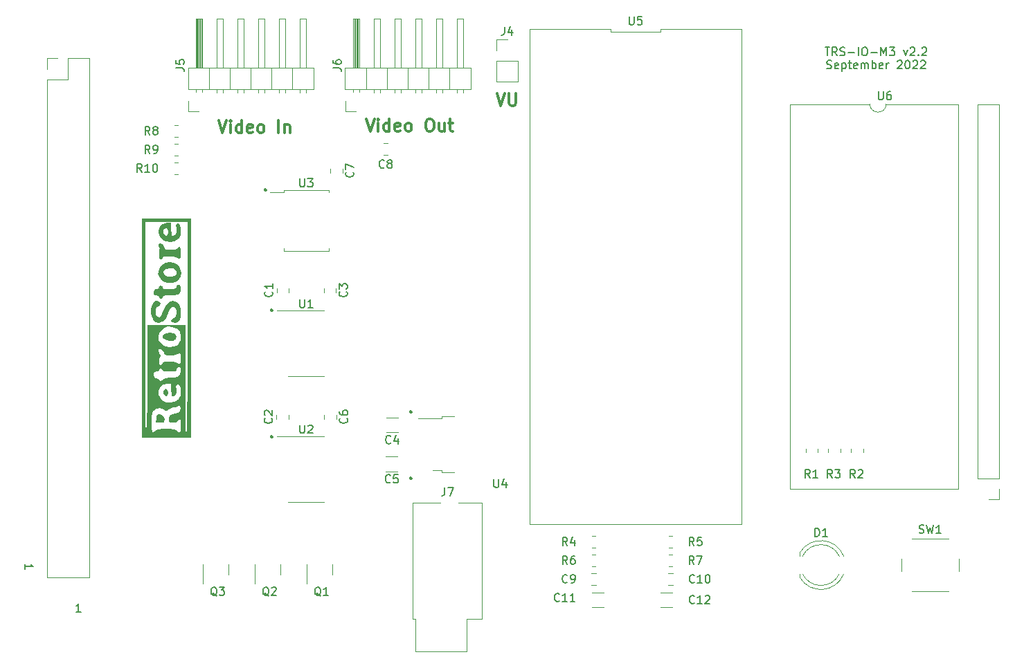
<source format=gbr>
%TF.GenerationSoftware,KiCad,Pcbnew,(6.0.7)*%
%TF.CreationDate,2022-09-12T23:00:32-07:00*%
%TF.ProjectId,TRS-IO-M3,5452532d-494f-42d4-9d33-2e6b69636164,rev?*%
%TF.SameCoordinates,Original*%
%TF.FileFunction,Legend,Top*%
%TF.FilePolarity,Positive*%
%FSLAX46Y46*%
G04 Gerber Fmt 4.6, Leading zero omitted, Abs format (unit mm)*
G04 Created by KiCad (PCBNEW (6.0.7)) date 2022-09-12 23:00:32*
%MOMM*%
%LPD*%
G01*
G04 APERTURE LIST*
%ADD10C,0.150000*%
%ADD11C,0.300000*%
%ADD12C,0.120000*%
G04 APERTURE END LIST*
D10*
X112323619Y-123983714D02*
X112323619Y-123412285D01*
X112323619Y-123698000D02*
X113323619Y-123698000D01*
X113180761Y-123602761D01*
X113085523Y-123507523D01*
X113037904Y-123412285D01*
D11*
X142494000Y-92229714D02*
X142422571Y-92301142D01*
X142494000Y-92372571D01*
X142565428Y-92301142D01*
X142494000Y-92229714D01*
X142494000Y-92372571D01*
X141732000Y-77497714D02*
X141660571Y-77569142D01*
X141732000Y-77640571D01*
X141803428Y-77569142D01*
X141732000Y-77497714D01*
X141732000Y-77640571D01*
X159506757Y-112803714D02*
X159435328Y-112875142D01*
X159506757Y-112946571D01*
X159578185Y-112875142D01*
X159506757Y-112803714D01*
X159506757Y-112946571D01*
X142494000Y-107723714D02*
X142422571Y-107795142D01*
X142494000Y-107866571D01*
X142565428Y-107795142D01*
X142494000Y-107723714D01*
X142494000Y-107866571D01*
X154028571Y-68878571D02*
X154528571Y-70378571D01*
X155028571Y-68878571D01*
X155528571Y-70378571D02*
X155528571Y-69378571D01*
X155528571Y-68878571D02*
X155457142Y-68950000D01*
X155528571Y-69021428D01*
X155600000Y-68950000D01*
X155528571Y-68878571D01*
X155528571Y-69021428D01*
X156885714Y-70378571D02*
X156885714Y-68878571D01*
X156885714Y-70307142D02*
X156742857Y-70378571D01*
X156457142Y-70378571D01*
X156314285Y-70307142D01*
X156242857Y-70235714D01*
X156171428Y-70092857D01*
X156171428Y-69664285D01*
X156242857Y-69521428D01*
X156314285Y-69450000D01*
X156457142Y-69378571D01*
X156742857Y-69378571D01*
X156885714Y-69450000D01*
X158171428Y-70307142D02*
X158028571Y-70378571D01*
X157742857Y-70378571D01*
X157600000Y-70307142D01*
X157528571Y-70164285D01*
X157528571Y-69592857D01*
X157600000Y-69450000D01*
X157742857Y-69378571D01*
X158028571Y-69378571D01*
X158171428Y-69450000D01*
X158242857Y-69592857D01*
X158242857Y-69735714D01*
X157528571Y-69878571D01*
X159100000Y-70378571D02*
X158957142Y-70307142D01*
X158885714Y-70235714D01*
X158814285Y-70092857D01*
X158814285Y-69664285D01*
X158885714Y-69521428D01*
X158957142Y-69450000D01*
X159100000Y-69378571D01*
X159314285Y-69378571D01*
X159457142Y-69450000D01*
X159528571Y-69521428D01*
X159600000Y-69664285D01*
X159600000Y-70092857D01*
X159528571Y-70235714D01*
X159457142Y-70307142D01*
X159314285Y-70378571D01*
X159100000Y-70378571D01*
X161671428Y-68878571D02*
X161957142Y-68878571D01*
X162100000Y-68950000D01*
X162242857Y-69092857D01*
X162314285Y-69378571D01*
X162314285Y-69878571D01*
X162242857Y-70164285D01*
X162100000Y-70307142D01*
X161957142Y-70378571D01*
X161671428Y-70378571D01*
X161528571Y-70307142D01*
X161385714Y-70164285D01*
X161314285Y-69878571D01*
X161314285Y-69378571D01*
X161385714Y-69092857D01*
X161528571Y-68950000D01*
X161671428Y-68878571D01*
X163600000Y-69378571D02*
X163600000Y-70378571D01*
X162957142Y-69378571D02*
X162957142Y-70164285D01*
X163028571Y-70307142D01*
X163171428Y-70378571D01*
X163385714Y-70378571D01*
X163528571Y-70307142D01*
X163600000Y-70235714D01*
X164100000Y-69378571D02*
X164671428Y-69378571D01*
X164314285Y-68878571D02*
X164314285Y-70164285D01*
X164385714Y-70307142D01*
X164528571Y-70378571D01*
X164671428Y-70378571D01*
D10*
X210146095Y-60115380D02*
X210717523Y-60115380D01*
X210431809Y-61115380D02*
X210431809Y-60115380D01*
X211622285Y-61115380D02*
X211288952Y-60639190D01*
X211050857Y-61115380D02*
X211050857Y-60115380D01*
X211431809Y-60115380D01*
X211527047Y-60163000D01*
X211574666Y-60210619D01*
X211622285Y-60305857D01*
X211622285Y-60448714D01*
X211574666Y-60543952D01*
X211527047Y-60591571D01*
X211431809Y-60639190D01*
X211050857Y-60639190D01*
X212003238Y-61067761D02*
X212146095Y-61115380D01*
X212384190Y-61115380D01*
X212479428Y-61067761D01*
X212527047Y-61020142D01*
X212574666Y-60924904D01*
X212574666Y-60829666D01*
X212527047Y-60734428D01*
X212479428Y-60686809D01*
X212384190Y-60639190D01*
X212193714Y-60591571D01*
X212098476Y-60543952D01*
X212050857Y-60496333D01*
X212003238Y-60401095D01*
X212003238Y-60305857D01*
X212050857Y-60210619D01*
X212098476Y-60163000D01*
X212193714Y-60115380D01*
X212431809Y-60115380D01*
X212574666Y-60163000D01*
X213003238Y-60734428D02*
X213765142Y-60734428D01*
X214241333Y-61115380D02*
X214241333Y-60115380D01*
X214908000Y-60115380D02*
X215098476Y-60115380D01*
X215193714Y-60163000D01*
X215288952Y-60258238D01*
X215336571Y-60448714D01*
X215336571Y-60782047D01*
X215288952Y-60972523D01*
X215193714Y-61067761D01*
X215098476Y-61115380D01*
X214908000Y-61115380D01*
X214812761Y-61067761D01*
X214717523Y-60972523D01*
X214669904Y-60782047D01*
X214669904Y-60448714D01*
X214717523Y-60258238D01*
X214812761Y-60163000D01*
X214908000Y-60115380D01*
X215765142Y-60734428D02*
X216527047Y-60734428D01*
X217003238Y-61115380D02*
X217003238Y-60115380D01*
X217336571Y-60829666D01*
X217669904Y-60115380D01*
X217669904Y-61115380D01*
X218050857Y-60115380D02*
X218669904Y-60115380D01*
X218336571Y-60496333D01*
X218479428Y-60496333D01*
X218574666Y-60543952D01*
X218622285Y-60591571D01*
X218669904Y-60686809D01*
X218669904Y-60924904D01*
X218622285Y-61020142D01*
X218574666Y-61067761D01*
X218479428Y-61115380D01*
X218193714Y-61115380D01*
X218098476Y-61067761D01*
X218050857Y-61020142D01*
X219765142Y-60448714D02*
X220003238Y-61115380D01*
X220241333Y-60448714D01*
X220574666Y-60210619D02*
X220622285Y-60163000D01*
X220717523Y-60115380D01*
X220955619Y-60115380D01*
X221050857Y-60163000D01*
X221098476Y-60210619D01*
X221146095Y-60305857D01*
X221146095Y-60401095D01*
X221098476Y-60543952D01*
X220527047Y-61115380D01*
X221146095Y-61115380D01*
X221574666Y-61020142D02*
X221622285Y-61067761D01*
X221574666Y-61115380D01*
X221527047Y-61067761D01*
X221574666Y-61020142D01*
X221574666Y-61115380D01*
X222003238Y-60210619D02*
X222050857Y-60163000D01*
X222146095Y-60115380D01*
X222384190Y-60115380D01*
X222479428Y-60163000D01*
X222527047Y-60210619D01*
X222574666Y-60305857D01*
X222574666Y-60401095D01*
X222527047Y-60543952D01*
X221955619Y-61115380D01*
X222574666Y-61115380D01*
X210384190Y-62677761D02*
X210527047Y-62725380D01*
X210765142Y-62725380D01*
X210860380Y-62677761D01*
X210908000Y-62630142D01*
X210955619Y-62534904D01*
X210955619Y-62439666D01*
X210908000Y-62344428D01*
X210860380Y-62296809D01*
X210765142Y-62249190D01*
X210574666Y-62201571D01*
X210479428Y-62153952D01*
X210431809Y-62106333D01*
X210384190Y-62011095D01*
X210384190Y-61915857D01*
X210431809Y-61820619D01*
X210479428Y-61773000D01*
X210574666Y-61725380D01*
X210812761Y-61725380D01*
X210955619Y-61773000D01*
X211765142Y-62677761D02*
X211669904Y-62725380D01*
X211479428Y-62725380D01*
X211384190Y-62677761D01*
X211336571Y-62582523D01*
X211336571Y-62201571D01*
X211384190Y-62106333D01*
X211479428Y-62058714D01*
X211669904Y-62058714D01*
X211765142Y-62106333D01*
X211812761Y-62201571D01*
X211812761Y-62296809D01*
X211336571Y-62392047D01*
X212241333Y-62058714D02*
X212241333Y-63058714D01*
X212241333Y-62106333D02*
X212336571Y-62058714D01*
X212527047Y-62058714D01*
X212622285Y-62106333D01*
X212669904Y-62153952D01*
X212717523Y-62249190D01*
X212717523Y-62534904D01*
X212669904Y-62630142D01*
X212622285Y-62677761D01*
X212527047Y-62725380D01*
X212336571Y-62725380D01*
X212241333Y-62677761D01*
X213003238Y-62058714D02*
X213384190Y-62058714D01*
X213146095Y-61725380D02*
X213146095Y-62582523D01*
X213193714Y-62677761D01*
X213288952Y-62725380D01*
X213384190Y-62725380D01*
X214098476Y-62677761D02*
X214003238Y-62725380D01*
X213812761Y-62725380D01*
X213717523Y-62677761D01*
X213669904Y-62582523D01*
X213669904Y-62201571D01*
X213717523Y-62106333D01*
X213812761Y-62058714D01*
X214003238Y-62058714D01*
X214098476Y-62106333D01*
X214146095Y-62201571D01*
X214146095Y-62296809D01*
X213669904Y-62392047D01*
X214574666Y-62725380D02*
X214574666Y-62058714D01*
X214574666Y-62153952D02*
X214622285Y-62106333D01*
X214717523Y-62058714D01*
X214860380Y-62058714D01*
X214955619Y-62106333D01*
X215003238Y-62201571D01*
X215003238Y-62725380D01*
X215003238Y-62201571D02*
X215050857Y-62106333D01*
X215146095Y-62058714D01*
X215288952Y-62058714D01*
X215384190Y-62106333D01*
X215431809Y-62201571D01*
X215431809Y-62725380D01*
X215908000Y-62725380D02*
X215908000Y-61725380D01*
X215908000Y-62106333D02*
X216003238Y-62058714D01*
X216193714Y-62058714D01*
X216288952Y-62106333D01*
X216336571Y-62153952D01*
X216384190Y-62249190D01*
X216384190Y-62534904D01*
X216336571Y-62630142D01*
X216288952Y-62677761D01*
X216193714Y-62725380D01*
X216003238Y-62725380D01*
X215908000Y-62677761D01*
X217193714Y-62677761D02*
X217098476Y-62725380D01*
X216908000Y-62725380D01*
X216812761Y-62677761D01*
X216765142Y-62582523D01*
X216765142Y-62201571D01*
X216812761Y-62106333D01*
X216908000Y-62058714D01*
X217098476Y-62058714D01*
X217193714Y-62106333D01*
X217241333Y-62201571D01*
X217241333Y-62296809D01*
X216765142Y-62392047D01*
X217669904Y-62725380D02*
X217669904Y-62058714D01*
X217669904Y-62249190D02*
X217717523Y-62153952D01*
X217765142Y-62106333D01*
X217860380Y-62058714D01*
X217955619Y-62058714D01*
X219003238Y-61820619D02*
X219050857Y-61773000D01*
X219146095Y-61725380D01*
X219384190Y-61725380D01*
X219479428Y-61773000D01*
X219527047Y-61820619D01*
X219574666Y-61915857D01*
X219574666Y-62011095D01*
X219527047Y-62153952D01*
X218955619Y-62725380D01*
X219574666Y-62725380D01*
X220193714Y-61725380D02*
X220288952Y-61725380D01*
X220384190Y-61773000D01*
X220431809Y-61820619D01*
X220479428Y-61915857D01*
X220527047Y-62106333D01*
X220527047Y-62344428D01*
X220479428Y-62534904D01*
X220431809Y-62630142D01*
X220384190Y-62677761D01*
X220288952Y-62725380D01*
X220193714Y-62725380D01*
X220098476Y-62677761D01*
X220050857Y-62630142D01*
X220003238Y-62534904D01*
X219955619Y-62344428D01*
X219955619Y-62106333D01*
X220003238Y-61915857D01*
X220050857Y-61820619D01*
X220098476Y-61773000D01*
X220193714Y-61725380D01*
X220908000Y-61820619D02*
X220955619Y-61773000D01*
X221050857Y-61725380D01*
X221288952Y-61725380D01*
X221384190Y-61773000D01*
X221431809Y-61820619D01*
X221479428Y-61915857D01*
X221479428Y-62011095D01*
X221431809Y-62153952D01*
X220860380Y-62725380D01*
X221479428Y-62725380D01*
X221860380Y-61820619D02*
X221908000Y-61773000D01*
X222003238Y-61725380D01*
X222241333Y-61725380D01*
X222336571Y-61773000D01*
X222384190Y-61820619D01*
X222431809Y-61915857D01*
X222431809Y-62011095D01*
X222384190Y-62153952D01*
X221812761Y-62725380D01*
X222431809Y-62725380D01*
D11*
X135985714Y-69078571D02*
X136485714Y-70578571D01*
X136985714Y-69078571D01*
X137485714Y-70578571D02*
X137485714Y-69578571D01*
X137485714Y-69078571D02*
X137414285Y-69150000D01*
X137485714Y-69221428D01*
X137557142Y-69150000D01*
X137485714Y-69078571D01*
X137485714Y-69221428D01*
X138842857Y-70578571D02*
X138842857Y-69078571D01*
X138842857Y-70507142D02*
X138700000Y-70578571D01*
X138414285Y-70578571D01*
X138271428Y-70507142D01*
X138200000Y-70435714D01*
X138128571Y-70292857D01*
X138128571Y-69864285D01*
X138200000Y-69721428D01*
X138271428Y-69650000D01*
X138414285Y-69578571D01*
X138700000Y-69578571D01*
X138842857Y-69650000D01*
X140128571Y-70507142D02*
X139985714Y-70578571D01*
X139700000Y-70578571D01*
X139557142Y-70507142D01*
X139485714Y-70364285D01*
X139485714Y-69792857D01*
X139557142Y-69650000D01*
X139700000Y-69578571D01*
X139985714Y-69578571D01*
X140128571Y-69650000D01*
X140200000Y-69792857D01*
X140200000Y-69935714D01*
X139485714Y-70078571D01*
X141057142Y-70578571D02*
X140914285Y-70507142D01*
X140842857Y-70435714D01*
X140771428Y-70292857D01*
X140771428Y-69864285D01*
X140842857Y-69721428D01*
X140914285Y-69650000D01*
X141057142Y-69578571D01*
X141271428Y-69578571D01*
X141414285Y-69650000D01*
X141485714Y-69721428D01*
X141557142Y-69864285D01*
X141557142Y-70292857D01*
X141485714Y-70435714D01*
X141414285Y-70507142D01*
X141271428Y-70578571D01*
X141057142Y-70578571D01*
X143342857Y-70578571D02*
X143342857Y-69078571D01*
X144057142Y-69578571D02*
X144057142Y-70578571D01*
X144057142Y-69721428D02*
X144128571Y-69650000D01*
X144271428Y-69578571D01*
X144485714Y-69578571D01*
X144628571Y-69650000D01*
X144700000Y-69792857D01*
X144700000Y-70578571D01*
D10*
X119157714Y-129230380D02*
X118586285Y-129230380D01*
X118872000Y-129230380D02*
X118872000Y-128230380D01*
X118776761Y-128373238D01*
X118681523Y-128468476D01*
X118586285Y-128516095D01*
D11*
X159512000Y-104675714D02*
X159440571Y-104747142D01*
X159512000Y-104818571D01*
X159583428Y-104747142D01*
X159512000Y-104675714D01*
X159512000Y-104818571D01*
X170014285Y-65749571D02*
X170514285Y-67249571D01*
X171014285Y-65749571D01*
X171514285Y-65749571D02*
X171514285Y-66963857D01*
X171585714Y-67106714D01*
X171657142Y-67178142D01*
X171800000Y-67249571D01*
X172085714Y-67249571D01*
X172228571Y-67178142D01*
X172300000Y-67106714D01*
X172371428Y-66963857D01*
X172371428Y-65749571D01*
D10*
%TO.C,R9*%
X127595333Y-73096380D02*
X127262000Y-72620190D01*
X127023904Y-73096380D02*
X127023904Y-72096380D01*
X127404857Y-72096380D01*
X127500095Y-72144000D01*
X127547714Y-72191619D01*
X127595333Y-72286857D01*
X127595333Y-72429714D01*
X127547714Y-72524952D01*
X127500095Y-72572571D01*
X127404857Y-72620190D01*
X127023904Y-72620190D01*
X128071523Y-73096380D02*
X128262000Y-73096380D01*
X128357238Y-73048761D01*
X128404857Y-73001142D01*
X128500095Y-72858285D01*
X128547714Y-72667809D01*
X128547714Y-72286857D01*
X128500095Y-72191619D01*
X128452476Y-72144000D01*
X128357238Y-72096380D01*
X128166761Y-72096380D01*
X128071523Y-72144000D01*
X128023904Y-72191619D01*
X127976285Y-72286857D01*
X127976285Y-72524952D01*
X128023904Y-72620190D01*
X128071523Y-72667809D01*
X128166761Y-72715428D01*
X128357238Y-72715428D01*
X128452476Y-72667809D01*
X128500095Y-72620190D01*
X128547714Y-72524952D01*
%TO.C,R8*%
X127595333Y-70810380D02*
X127262000Y-70334190D01*
X127023904Y-70810380D02*
X127023904Y-69810380D01*
X127404857Y-69810380D01*
X127500095Y-69858000D01*
X127547714Y-69905619D01*
X127595333Y-70000857D01*
X127595333Y-70143714D01*
X127547714Y-70238952D01*
X127500095Y-70286571D01*
X127404857Y-70334190D01*
X127023904Y-70334190D01*
X128166761Y-70238952D02*
X128071523Y-70191333D01*
X128023904Y-70143714D01*
X127976285Y-70048476D01*
X127976285Y-70000857D01*
X128023904Y-69905619D01*
X128071523Y-69858000D01*
X128166761Y-69810380D01*
X128357238Y-69810380D01*
X128452476Y-69858000D01*
X128500095Y-69905619D01*
X128547714Y-70000857D01*
X128547714Y-70048476D01*
X128500095Y-70143714D01*
X128452476Y-70191333D01*
X128357238Y-70238952D01*
X128166761Y-70238952D01*
X128071523Y-70286571D01*
X128023904Y-70334190D01*
X127976285Y-70429428D01*
X127976285Y-70619904D01*
X128023904Y-70715142D01*
X128071523Y-70762761D01*
X128166761Y-70810380D01*
X128357238Y-70810380D01*
X128452476Y-70762761D01*
X128500095Y-70715142D01*
X128547714Y-70619904D01*
X128547714Y-70429428D01*
X128500095Y-70334190D01*
X128452476Y-70286571D01*
X128357238Y-70238952D01*
%TO.C,R1*%
X208313333Y-112807380D02*
X207980000Y-112331190D01*
X207741904Y-112807380D02*
X207741904Y-111807380D01*
X208122857Y-111807380D01*
X208218095Y-111855000D01*
X208265714Y-111902619D01*
X208313333Y-111997857D01*
X208313333Y-112140714D01*
X208265714Y-112235952D01*
X208218095Y-112283571D01*
X208122857Y-112331190D01*
X207741904Y-112331190D01*
X209265714Y-112807380D02*
X208694285Y-112807380D01*
X208980000Y-112807380D02*
X208980000Y-111807380D01*
X208884761Y-111950238D01*
X208789523Y-112045476D01*
X208694285Y-112093095D01*
%TO.C,R2*%
X213847333Y-112807380D02*
X213514000Y-112331190D01*
X213275904Y-112807380D02*
X213275904Y-111807380D01*
X213656857Y-111807380D01*
X213752095Y-111855000D01*
X213799714Y-111902619D01*
X213847333Y-111997857D01*
X213847333Y-112140714D01*
X213799714Y-112235952D01*
X213752095Y-112283571D01*
X213656857Y-112331190D01*
X213275904Y-112331190D01*
X214228285Y-111902619D02*
X214275904Y-111855000D01*
X214371142Y-111807380D01*
X214609238Y-111807380D01*
X214704476Y-111855000D01*
X214752095Y-111902619D01*
X214799714Y-111997857D01*
X214799714Y-112093095D01*
X214752095Y-112235952D01*
X214180666Y-112807380D01*
X214799714Y-112807380D01*
%TO.C,J5*%
X130782380Y-62623333D02*
X131496666Y-62623333D01*
X131639523Y-62670952D01*
X131734761Y-62766190D01*
X131782380Y-62909047D01*
X131782380Y-63004285D01*
X130782380Y-61670952D02*
X130782380Y-62147142D01*
X131258571Y-62194761D01*
X131210952Y-62147142D01*
X131163333Y-62051904D01*
X131163333Y-61813809D01*
X131210952Y-61718571D01*
X131258571Y-61670952D01*
X131353809Y-61623333D01*
X131591904Y-61623333D01*
X131687142Y-61670952D01*
X131734761Y-61718571D01*
X131782380Y-61813809D01*
X131782380Y-62051904D01*
X131734761Y-62147142D01*
X131687142Y-62194761D01*
%TO.C,C6*%
X151687142Y-105516666D02*
X151734761Y-105564285D01*
X151782380Y-105707142D01*
X151782380Y-105802380D01*
X151734761Y-105945238D01*
X151639523Y-106040476D01*
X151544285Y-106088095D01*
X151353809Y-106135714D01*
X151210952Y-106135714D01*
X151020476Y-106088095D01*
X150925238Y-106040476D01*
X150830000Y-105945238D01*
X150782380Y-105802380D01*
X150782380Y-105707142D01*
X150830000Y-105564285D01*
X150877619Y-105516666D01*
X150782380Y-104659523D02*
X150782380Y-104850000D01*
X150830000Y-104945238D01*
X150877619Y-104992857D01*
X151020476Y-105088095D01*
X151210952Y-105135714D01*
X151591904Y-105135714D01*
X151687142Y-105088095D01*
X151734761Y-105040476D01*
X151782380Y-104945238D01*
X151782380Y-104754761D01*
X151734761Y-104659523D01*
X151687142Y-104611904D01*
X151591904Y-104564285D01*
X151353809Y-104564285D01*
X151258571Y-104611904D01*
X151210952Y-104659523D01*
X151163333Y-104754761D01*
X151163333Y-104945238D01*
X151210952Y-105040476D01*
X151258571Y-105088095D01*
X151353809Y-105135714D01*
%TO.C,U5*%
X186208095Y-56337380D02*
X186208095Y-57146904D01*
X186255714Y-57242142D01*
X186303333Y-57289761D01*
X186398571Y-57337380D01*
X186589047Y-57337380D01*
X186684285Y-57289761D01*
X186731904Y-57242142D01*
X186779523Y-57146904D01*
X186779523Y-56337380D01*
X187731904Y-56337380D02*
X187255714Y-56337380D01*
X187208095Y-56813571D01*
X187255714Y-56765952D01*
X187350952Y-56718333D01*
X187589047Y-56718333D01*
X187684285Y-56765952D01*
X187731904Y-56813571D01*
X187779523Y-56908809D01*
X187779523Y-57146904D01*
X187731904Y-57242142D01*
X187684285Y-57289761D01*
X187589047Y-57337380D01*
X187350952Y-57337380D01*
X187255714Y-57289761D01*
X187208095Y-57242142D01*
%TO.C,C1*%
X142527142Y-90016666D02*
X142574761Y-90064285D01*
X142622380Y-90207142D01*
X142622380Y-90302380D01*
X142574761Y-90445238D01*
X142479523Y-90540476D01*
X142384285Y-90588095D01*
X142193809Y-90635714D01*
X142050952Y-90635714D01*
X141860476Y-90588095D01*
X141765238Y-90540476D01*
X141670000Y-90445238D01*
X141622380Y-90302380D01*
X141622380Y-90207142D01*
X141670000Y-90064285D01*
X141717619Y-90016666D01*
X142622380Y-89064285D02*
X142622380Y-89635714D01*
X142622380Y-89350000D02*
X141622380Y-89350000D01*
X141765238Y-89445238D01*
X141860476Y-89540476D01*
X141908095Y-89635714D01*
%TO.C,C7*%
X152437142Y-75366666D02*
X152484761Y-75414285D01*
X152532380Y-75557142D01*
X152532380Y-75652380D01*
X152484761Y-75795238D01*
X152389523Y-75890476D01*
X152294285Y-75938095D01*
X152103809Y-75985714D01*
X151960952Y-75985714D01*
X151770476Y-75938095D01*
X151675238Y-75890476D01*
X151580000Y-75795238D01*
X151532380Y-75652380D01*
X151532380Y-75557142D01*
X151580000Y-75414285D01*
X151627619Y-75366666D01*
X151532380Y-75033333D02*
X151532380Y-74366666D01*
X152532380Y-74795238D01*
%TO.C,U4*%
X169672095Y-112990380D02*
X169672095Y-113799904D01*
X169719714Y-113895142D01*
X169767333Y-113942761D01*
X169862571Y-113990380D01*
X170053047Y-113990380D01*
X170148285Y-113942761D01*
X170195904Y-113895142D01*
X170243523Y-113799904D01*
X170243523Y-112990380D01*
X171148285Y-113323714D02*
X171148285Y-113990380D01*
X170910190Y-112942761D02*
X170672095Y-113657047D01*
X171291142Y-113657047D01*
%TO.C,U2*%
X145938095Y-106352380D02*
X145938095Y-107161904D01*
X145985714Y-107257142D01*
X146033333Y-107304761D01*
X146128571Y-107352380D01*
X146319047Y-107352380D01*
X146414285Y-107304761D01*
X146461904Y-107257142D01*
X146509523Y-107161904D01*
X146509523Y-106352380D01*
X146938095Y-106447619D02*
X146985714Y-106400000D01*
X147080952Y-106352380D01*
X147319047Y-106352380D01*
X147414285Y-106400000D01*
X147461904Y-106447619D01*
X147509523Y-106542857D01*
X147509523Y-106638095D01*
X147461904Y-106780952D01*
X146890476Y-107352380D01*
X147509523Y-107352380D01*
%TO.C,C3*%
X151637142Y-90016666D02*
X151684761Y-90064285D01*
X151732380Y-90207142D01*
X151732380Y-90302380D01*
X151684761Y-90445238D01*
X151589523Y-90540476D01*
X151494285Y-90588095D01*
X151303809Y-90635714D01*
X151160952Y-90635714D01*
X150970476Y-90588095D01*
X150875238Y-90540476D01*
X150780000Y-90445238D01*
X150732380Y-90302380D01*
X150732380Y-90207142D01*
X150780000Y-90064285D01*
X150827619Y-90016666D01*
X150732380Y-89683333D02*
X150732380Y-89064285D01*
X151113333Y-89397619D01*
X151113333Y-89254761D01*
X151160952Y-89159523D01*
X151208571Y-89111904D01*
X151303809Y-89064285D01*
X151541904Y-89064285D01*
X151637142Y-89111904D01*
X151684761Y-89159523D01*
X151732380Y-89254761D01*
X151732380Y-89540476D01*
X151684761Y-89635714D01*
X151637142Y-89683333D01*
%TO.C,J7*%
X163650666Y-114006380D02*
X163650666Y-114720666D01*
X163603047Y-114863523D01*
X163507809Y-114958761D01*
X163364952Y-115006380D01*
X163269714Y-115006380D01*
X164031619Y-114006380D02*
X164698285Y-114006380D01*
X164269714Y-115006380D01*
%TO.C,Q2*%
X142144761Y-127293619D02*
X142049523Y-127246000D01*
X141954285Y-127150761D01*
X141811428Y-127007904D01*
X141716190Y-126960285D01*
X141620952Y-126960285D01*
X141668571Y-127198380D02*
X141573333Y-127150761D01*
X141478095Y-127055523D01*
X141430476Y-126865047D01*
X141430476Y-126531714D01*
X141478095Y-126341238D01*
X141573333Y-126246000D01*
X141668571Y-126198380D01*
X141859047Y-126198380D01*
X141954285Y-126246000D01*
X142049523Y-126341238D01*
X142097142Y-126531714D01*
X142097142Y-126865047D01*
X142049523Y-127055523D01*
X141954285Y-127150761D01*
X141859047Y-127198380D01*
X141668571Y-127198380D01*
X142478095Y-126293619D02*
X142525714Y-126246000D01*
X142620952Y-126198380D01*
X142859047Y-126198380D01*
X142954285Y-126246000D01*
X143001904Y-126293619D01*
X143049523Y-126388857D01*
X143049523Y-126484095D01*
X143001904Y-126626952D01*
X142430476Y-127198380D01*
X143049523Y-127198380D01*
%TO.C,R7*%
X194143333Y-123388380D02*
X193810000Y-122912190D01*
X193571904Y-123388380D02*
X193571904Y-122388380D01*
X193952857Y-122388380D01*
X194048095Y-122436000D01*
X194095714Y-122483619D01*
X194143333Y-122578857D01*
X194143333Y-122721714D01*
X194095714Y-122816952D01*
X194048095Y-122864571D01*
X193952857Y-122912190D01*
X193571904Y-122912190D01*
X194476666Y-122388380D02*
X195143333Y-122388380D01*
X194714761Y-123388380D01*
%TO.C,C4*%
X157052333Y-108545142D02*
X157004714Y-108592761D01*
X156861857Y-108640380D01*
X156766619Y-108640380D01*
X156623761Y-108592761D01*
X156528523Y-108497523D01*
X156480904Y-108402285D01*
X156433285Y-108211809D01*
X156433285Y-108068952D01*
X156480904Y-107878476D01*
X156528523Y-107783238D01*
X156623761Y-107688000D01*
X156766619Y-107640380D01*
X156861857Y-107640380D01*
X157004714Y-107688000D01*
X157052333Y-107735619D01*
X157909476Y-107973714D02*
X157909476Y-108640380D01*
X157671380Y-107592761D02*
X157433285Y-108307047D01*
X158052333Y-108307047D01*
%TO.C,J4*%
X170966666Y-57597380D02*
X170966666Y-58311666D01*
X170919047Y-58454523D01*
X170823809Y-58549761D01*
X170680952Y-58597380D01*
X170585714Y-58597380D01*
X171871428Y-57930714D02*
X171871428Y-58597380D01*
X171633333Y-57549761D02*
X171395238Y-58264047D01*
X172014285Y-58264047D01*
%TO.C,C12*%
X194175142Y-128119142D02*
X194127523Y-128166761D01*
X193984666Y-128214380D01*
X193889428Y-128214380D01*
X193746571Y-128166761D01*
X193651333Y-128071523D01*
X193603714Y-127976285D01*
X193556095Y-127785809D01*
X193556095Y-127642952D01*
X193603714Y-127452476D01*
X193651333Y-127357238D01*
X193746571Y-127262000D01*
X193889428Y-127214380D01*
X193984666Y-127214380D01*
X194127523Y-127262000D01*
X194175142Y-127309619D01*
X195127523Y-128214380D02*
X194556095Y-128214380D01*
X194841809Y-128214380D02*
X194841809Y-127214380D01*
X194746571Y-127357238D01*
X194651333Y-127452476D01*
X194556095Y-127500095D01*
X195508476Y-127309619D02*
X195556095Y-127262000D01*
X195651333Y-127214380D01*
X195889428Y-127214380D01*
X195984666Y-127262000D01*
X196032285Y-127309619D01*
X196079904Y-127404857D01*
X196079904Y-127500095D01*
X196032285Y-127642952D01*
X195460857Y-128214380D01*
X196079904Y-128214380D01*
%TO.C,U6*%
X216688095Y-65522380D02*
X216688095Y-66331904D01*
X216735714Y-66427142D01*
X216783333Y-66474761D01*
X216878571Y-66522380D01*
X217069047Y-66522380D01*
X217164285Y-66474761D01*
X217211904Y-66427142D01*
X217259523Y-66331904D01*
X217259523Y-65522380D01*
X218164285Y-65522380D02*
X217973809Y-65522380D01*
X217878571Y-65570000D01*
X217830952Y-65617619D01*
X217735714Y-65760476D01*
X217688095Y-65950952D01*
X217688095Y-66331904D01*
X217735714Y-66427142D01*
X217783333Y-66474761D01*
X217878571Y-66522380D01*
X218069047Y-66522380D01*
X218164285Y-66474761D01*
X218211904Y-66427142D01*
X218259523Y-66331904D01*
X218259523Y-66093809D01*
X218211904Y-65998571D01*
X218164285Y-65950952D01*
X218069047Y-65903333D01*
X217878571Y-65903333D01*
X217783333Y-65950952D01*
X217735714Y-65998571D01*
X217688095Y-66093809D01*
%TO.C,C9*%
X178649333Y-125579142D02*
X178601714Y-125626761D01*
X178458857Y-125674380D01*
X178363619Y-125674380D01*
X178220761Y-125626761D01*
X178125523Y-125531523D01*
X178077904Y-125436285D01*
X178030285Y-125245809D01*
X178030285Y-125102952D01*
X178077904Y-124912476D01*
X178125523Y-124817238D01*
X178220761Y-124722000D01*
X178363619Y-124674380D01*
X178458857Y-124674380D01*
X178601714Y-124722000D01*
X178649333Y-124769619D01*
X179125523Y-125674380D02*
X179316000Y-125674380D01*
X179411238Y-125626761D01*
X179458857Y-125579142D01*
X179554095Y-125436285D01*
X179601714Y-125245809D01*
X179601714Y-124864857D01*
X179554095Y-124769619D01*
X179506476Y-124722000D01*
X179411238Y-124674380D01*
X179220761Y-124674380D01*
X179125523Y-124722000D01*
X179077904Y-124769619D01*
X179030285Y-124864857D01*
X179030285Y-125102952D01*
X179077904Y-125198190D01*
X179125523Y-125245809D01*
X179220761Y-125293428D01*
X179411238Y-125293428D01*
X179506476Y-125245809D01*
X179554095Y-125198190D01*
X179601714Y-125102952D01*
%TO.C,Q1*%
X148494761Y-127293619D02*
X148399523Y-127246000D01*
X148304285Y-127150761D01*
X148161428Y-127007904D01*
X148066190Y-126960285D01*
X147970952Y-126960285D01*
X148018571Y-127198380D02*
X147923333Y-127150761D01*
X147828095Y-127055523D01*
X147780476Y-126865047D01*
X147780476Y-126531714D01*
X147828095Y-126341238D01*
X147923333Y-126246000D01*
X148018571Y-126198380D01*
X148209047Y-126198380D01*
X148304285Y-126246000D01*
X148399523Y-126341238D01*
X148447142Y-126531714D01*
X148447142Y-126865047D01*
X148399523Y-127055523D01*
X148304285Y-127150761D01*
X148209047Y-127198380D01*
X148018571Y-127198380D01*
X149399523Y-127198380D02*
X148828095Y-127198380D01*
X149113809Y-127198380D02*
X149113809Y-126198380D01*
X149018571Y-126341238D01*
X148923333Y-126436476D01*
X148828095Y-126484095D01*
%TO.C,J6*%
X149982380Y-62623333D02*
X150696666Y-62623333D01*
X150839523Y-62670952D01*
X150934761Y-62766190D01*
X150982380Y-62909047D01*
X150982380Y-63004285D01*
X149982380Y-61718571D02*
X149982380Y-61909047D01*
X150030000Y-62004285D01*
X150077619Y-62051904D01*
X150220476Y-62147142D01*
X150410952Y-62194761D01*
X150791904Y-62194761D01*
X150887142Y-62147142D01*
X150934761Y-62099523D01*
X150982380Y-62004285D01*
X150982380Y-61813809D01*
X150934761Y-61718571D01*
X150887142Y-61670952D01*
X150791904Y-61623333D01*
X150553809Y-61623333D01*
X150458571Y-61670952D01*
X150410952Y-61718571D01*
X150363333Y-61813809D01*
X150363333Y-62004285D01*
X150410952Y-62099523D01*
X150458571Y-62147142D01*
X150553809Y-62194761D01*
%TO.C,R3*%
X211053333Y-112807380D02*
X210720000Y-112331190D01*
X210481904Y-112807380D02*
X210481904Y-111807380D01*
X210862857Y-111807380D01*
X210958095Y-111855000D01*
X211005714Y-111902619D01*
X211053333Y-111997857D01*
X211053333Y-112140714D01*
X211005714Y-112235952D01*
X210958095Y-112283571D01*
X210862857Y-112331190D01*
X210481904Y-112331190D01*
X211386666Y-111807380D02*
X212005714Y-111807380D01*
X211672380Y-112188333D01*
X211815238Y-112188333D01*
X211910476Y-112235952D01*
X211958095Y-112283571D01*
X212005714Y-112378809D01*
X212005714Y-112616904D01*
X211958095Y-112712142D01*
X211910476Y-112759761D01*
X211815238Y-112807380D01*
X211529523Y-112807380D01*
X211434285Y-112759761D01*
X211386666Y-112712142D01*
%TO.C,C10*%
X194175142Y-125579142D02*
X194127523Y-125626761D01*
X193984666Y-125674380D01*
X193889428Y-125674380D01*
X193746571Y-125626761D01*
X193651333Y-125531523D01*
X193603714Y-125436285D01*
X193556095Y-125245809D01*
X193556095Y-125102952D01*
X193603714Y-124912476D01*
X193651333Y-124817238D01*
X193746571Y-124722000D01*
X193889428Y-124674380D01*
X193984666Y-124674380D01*
X194127523Y-124722000D01*
X194175142Y-124769619D01*
X195127523Y-125674380D02*
X194556095Y-125674380D01*
X194841809Y-125674380D02*
X194841809Y-124674380D01*
X194746571Y-124817238D01*
X194651333Y-124912476D01*
X194556095Y-124960095D01*
X195746571Y-124674380D02*
X195841809Y-124674380D01*
X195937047Y-124722000D01*
X195984666Y-124769619D01*
X196032285Y-124864857D01*
X196079904Y-125055333D01*
X196079904Y-125293428D01*
X196032285Y-125483904D01*
X195984666Y-125579142D01*
X195937047Y-125626761D01*
X195841809Y-125674380D01*
X195746571Y-125674380D01*
X195651333Y-125626761D01*
X195603714Y-125579142D01*
X195556095Y-125483904D01*
X195508476Y-125293428D01*
X195508476Y-125055333D01*
X195556095Y-124864857D01*
X195603714Y-124769619D01*
X195651333Y-124722000D01*
X195746571Y-124674380D01*
%TO.C,R4*%
X178649333Y-121102380D02*
X178316000Y-120626190D01*
X178077904Y-121102380D02*
X178077904Y-120102380D01*
X178458857Y-120102380D01*
X178554095Y-120150000D01*
X178601714Y-120197619D01*
X178649333Y-120292857D01*
X178649333Y-120435714D01*
X178601714Y-120530952D01*
X178554095Y-120578571D01*
X178458857Y-120626190D01*
X178077904Y-120626190D01*
X179506476Y-120435714D02*
X179506476Y-121102380D01*
X179268380Y-120054761D02*
X179030285Y-120769047D01*
X179649333Y-120769047D01*
%TO.C,R6*%
X178649333Y-123388380D02*
X178316000Y-122912190D01*
X178077904Y-123388380D02*
X178077904Y-122388380D01*
X178458857Y-122388380D01*
X178554095Y-122436000D01*
X178601714Y-122483619D01*
X178649333Y-122578857D01*
X178649333Y-122721714D01*
X178601714Y-122816952D01*
X178554095Y-122864571D01*
X178458857Y-122912190D01*
X178077904Y-122912190D01*
X179506476Y-122388380D02*
X179316000Y-122388380D01*
X179220761Y-122436000D01*
X179173142Y-122483619D01*
X179077904Y-122626476D01*
X179030285Y-122816952D01*
X179030285Y-123197904D01*
X179077904Y-123293142D01*
X179125523Y-123340761D01*
X179220761Y-123388380D01*
X179411238Y-123388380D01*
X179506476Y-123340761D01*
X179554095Y-123293142D01*
X179601714Y-123197904D01*
X179601714Y-122959809D01*
X179554095Y-122864571D01*
X179506476Y-122816952D01*
X179411238Y-122769333D01*
X179220761Y-122769333D01*
X179125523Y-122816952D01*
X179077904Y-122864571D01*
X179030285Y-122959809D01*
%TO.C,D1*%
X208916904Y-119992380D02*
X208916904Y-118992380D01*
X209155000Y-118992380D01*
X209297857Y-119040000D01*
X209393095Y-119135238D01*
X209440714Y-119230476D01*
X209488333Y-119420952D01*
X209488333Y-119563809D01*
X209440714Y-119754285D01*
X209393095Y-119849523D01*
X209297857Y-119944761D01*
X209155000Y-119992380D01*
X208916904Y-119992380D01*
X210440714Y-119992380D02*
X209869285Y-119992380D01*
X210155000Y-119992380D02*
X210155000Y-118992380D01*
X210059761Y-119135238D01*
X209964523Y-119230476D01*
X209869285Y-119278095D01*
%TO.C,R5*%
X194143333Y-121102380D02*
X193810000Y-120626190D01*
X193571904Y-121102380D02*
X193571904Y-120102380D01*
X193952857Y-120102380D01*
X194048095Y-120150000D01*
X194095714Y-120197619D01*
X194143333Y-120292857D01*
X194143333Y-120435714D01*
X194095714Y-120530952D01*
X194048095Y-120578571D01*
X193952857Y-120626190D01*
X193571904Y-120626190D01*
X195048095Y-120102380D02*
X194571904Y-120102380D01*
X194524285Y-120578571D01*
X194571904Y-120530952D01*
X194667142Y-120483333D01*
X194905238Y-120483333D01*
X195000476Y-120530952D01*
X195048095Y-120578571D01*
X195095714Y-120673809D01*
X195095714Y-120911904D01*
X195048095Y-121007142D01*
X195000476Y-121054761D01*
X194905238Y-121102380D01*
X194667142Y-121102380D01*
X194571904Y-121054761D01*
X194524285Y-121007142D01*
%TO.C,C11*%
X177665142Y-127865142D02*
X177617523Y-127912761D01*
X177474666Y-127960380D01*
X177379428Y-127960380D01*
X177236571Y-127912761D01*
X177141333Y-127817523D01*
X177093714Y-127722285D01*
X177046095Y-127531809D01*
X177046095Y-127388952D01*
X177093714Y-127198476D01*
X177141333Y-127103238D01*
X177236571Y-127008000D01*
X177379428Y-126960380D01*
X177474666Y-126960380D01*
X177617523Y-127008000D01*
X177665142Y-127055619D01*
X178617523Y-127960380D02*
X178046095Y-127960380D01*
X178331809Y-127960380D02*
X178331809Y-126960380D01*
X178236571Y-127103238D01*
X178141333Y-127198476D01*
X178046095Y-127246095D01*
X179569904Y-127960380D02*
X178998476Y-127960380D01*
X179284190Y-127960380D02*
X179284190Y-126960380D01*
X179188952Y-127103238D01*
X179093714Y-127198476D01*
X178998476Y-127246095D01*
%TO.C,C2*%
X142477142Y-105516666D02*
X142524761Y-105564285D01*
X142572380Y-105707142D01*
X142572380Y-105802380D01*
X142524761Y-105945238D01*
X142429523Y-106040476D01*
X142334285Y-106088095D01*
X142143809Y-106135714D01*
X142000952Y-106135714D01*
X141810476Y-106088095D01*
X141715238Y-106040476D01*
X141620000Y-105945238D01*
X141572380Y-105802380D01*
X141572380Y-105707142D01*
X141620000Y-105564285D01*
X141667619Y-105516666D01*
X141667619Y-105135714D02*
X141620000Y-105088095D01*
X141572380Y-104992857D01*
X141572380Y-104754761D01*
X141620000Y-104659523D01*
X141667619Y-104611904D01*
X141762857Y-104564285D01*
X141858095Y-104564285D01*
X142000952Y-104611904D01*
X142572380Y-105183333D01*
X142572380Y-104564285D01*
%TO.C,SW1*%
X221666666Y-119550761D02*
X221809523Y-119598380D01*
X222047619Y-119598380D01*
X222142857Y-119550761D01*
X222190476Y-119503142D01*
X222238095Y-119407904D01*
X222238095Y-119312666D01*
X222190476Y-119217428D01*
X222142857Y-119169809D01*
X222047619Y-119122190D01*
X221857142Y-119074571D01*
X221761904Y-119026952D01*
X221714285Y-118979333D01*
X221666666Y-118884095D01*
X221666666Y-118788857D01*
X221714285Y-118693619D01*
X221761904Y-118646000D01*
X221857142Y-118598380D01*
X222095238Y-118598380D01*
X222238095Y-118646000D01*
X222571428Y-118598380D02*
X222809523Y-119598380D01*
X223000000Y-118884095D01*
X223190476Y-119598380D01*
X223428571Y-118598380D01*
X224333333Y-119598380D02*
X223761904Y-119598380D01*
X224047619Y-119598380D02*
X224047619Y-118598380D01*
X223952380Y-118741238D01*
X223857142Y-118836476D01*
X223761904Y-118884095D01*
%TO.C,U1*%
X145938095Y-90977380D02*
X145938095Y-91786904D01*
X145985714Y-91882142D01*
X146033333Y-91929761D01*
X146128571Y-91977380D01*
X146319047Y-91977380D01*
X146414285Y-91929761D01*
X146461904Y-91882142D01*
X146509523Y-91786904D01*
X146509523Y-90977380D01*
X147509523Y-91977380D02*
X146938095Y-91977380D01*
X147223809Y-91977380D02*
X147223809Y-90977380D01*
X147128571Y-91120238D01*
X147033333Y-91215476D01*
X146938095Y-91263095D01*
%TO.C,C5*%
X157002333Y-113345142D02*
X156954714Y-113392761D01*
X156811857Y-113440380D01*
X156716619Y-113440380D01*
X156573761Y-113392761D01*
X156478523Y-113297523D01*
X156430904Y-113202285D01*
X156383285Y-113011809D01*
X156383285Y-112868952D01*
X156430904Y-112678476D01*
X156478523Y-112583238D01*
X156573761Y-112488000D01*
X156716619Y-112440380D01*
X156811857Y-112440380D01*
X156954714Y-112488000D01*
X157002333Y-112535619D01*
X157907095Y-112440380D02*
X157430904Y-112440380D01*
X157383285Y-112916571D01*
X157430904Y-112868952D01*
X157526142Y-112821333D01*
X157764238Y-112821333D01*
X157859476Y-112868952D01*
X157907095Y-112916571D01*
X157954714Y-113011809D01*
X157954714Y-113249904D01*
X157907095Y-113345142D01*
X157859476Y-113392761D01*
X157764238Y-113440380D01*
X157526142Y-113440380D01*
X157430904Y-113392761D01*
X157383285Y-113345142D01*
%TO.C,C8*%
X156245833Y-74807142D02*
X156198214Y-74854761D01*
X156055357Y-74902380D01*
X155960119Y-74902380D01*
X155817261Y-74854761D01*
X155722023Y-74759523D01*
X155674404Y-74664285D01*
X155626785Y-74473809D01*
X155626785Y-74330952D01*
X155674404Y-74140476D01*
X155722023Y-74045238D01*
X155817261Y-73950000D01*
X155960119Y-73902380D01*
X156055357Y-73902380D01*
X156198214Y-73950000D01*
X156245833Y-73997619D01*
X156817261Y-74330952D02*
X156722023Y-74283333D01*
X156674404Y-74235714D01*
X156626785Y-74140476D01*
X156626785Y-74092857D01*
X156674404Y-73997619D01*
X156722023Y-73950000D01*
X156817261Y-73902380D01*
X157007738Y-73902380D01*
X157102976Y-73950000D01*
X157150595Y-73997619D01*
X157198214Y-74092857D01*
X157198214Y-74140476D01*
X157150595Y-74235714D01*
X157102976Y-74283333D01*
X157007738Y-74330952D01*
X156817261Y-74330952D01*
X156722023Y-74378571D01*
X156674404Y-74426190D01*
X156626785Y-74521428D01*
X156626785Y-74711904D01*
X156674404Y-74807142D01*
X156722023Y-74854761D01*
X156817261Y-74902380D01*
X157007738Y-74902380D01*
X157102976Y-74854761D01*
X157150595Y-74807142D01*
X157198214Y-74711904D01*
X157198214Y-74521428D01*
X157150595Y-74426190D01*
X157102976Y-74378571D01*
X157007738Y-74330952D01*
%TO.C,U3*%
X145938095Y-76202380D02*
X145938095Y-77011904D01*
X145985714Y-77107142D01*
X146033333Y-77154761D01*
X146128571Y-77202380D01*
X146319047Y-77202380D01*
X146414285Y-77154761D01*
X146461904Y-77107142D01*
X146509523Y-77011904D01*
X146509523Y-76202380D01*
X146890476Y-76202380D02*
X147509523Y-76202380D01*
X147176190Y-76583333D01*
X147319047Y-76583333D01*
X147414285Y-76630952D01*
X147461904Y-76678571D01*
X147509523Y-76773809D01*
X147509523Y-77011904D01*
X147461904Y-77107142D01*
X147414285Y-77154761D01*
X147319047Y-77202380D01*
X147033333Y-77202380D01*
X146938095Y-77154761D01*
X146890476Y-77107142D01*
%TO.C,R10*%
X126611142Y-75382380D02*
X126277809Y-74906190D01*
X126039714Y-75382380D02*
X126039714Y-74382380D01*
X126420666Y-74382380D01*
X126515904Y-74430000D01*
X126563523Y-74477619D01*
X126611142Y-74572857D01*
X126611142Y-74715714D01*
X126563523Y-74810952D01*
X126515904Y-74858571D01*
X126420666Y-74906190D01*
X126039714Y-74906190D01*
X127563523Y-75382380D02*
X126992095Y-75382380D01*
X127277809Y-75382380D02*
X127277809Y-74382380D01*
X127182571Y-74525238D01*
X127087333Y-74620476D01*
X126992095Y-74668095D01*
X128182571Y-74382380D02*
X128277809Y-74382380D01*
X128373047Y-74430000D01*
X128420666Y-74477619D01*
X128468285Y-74572857D01*
X128515904Y-74763333D01*
X128515904Y-75001428D01*
X128468285Y-75191904D01*
X128420666Y-75287142D01*
X128373047Y-75334761D01*
X128277809Y-75382380D01*
X128182571Y-75382380D01*
X128087333Y-75334761D01*
X128039714Y-75287142D01*
X127992095Y-75191904D01*
X127944476Y-75001428D01*
X127944476Y-74763333D01*
X127992095Y-74572857D01*
X128039714Y-74477619D01*
X128087333Y-74430000D01*
X128182571Y-74382380D01*
%TO.C,Q3*%
X135794761Y-127293619D02*
X135699523Y-127246000D01*
X135604285Y-127150761D01*
X135461428Y-127007904D01*
X135366190Y-126960285D01*
X135270952Y-126960285D01*
X135318571Y-127198380D02*
X135223333Y-127150761D01*
X135128095Y-127055523D01*
X135080476Y-126865047D01*
X135080476Y-126531714D01*
X135128095Y-126341238D01*
X135223333Y-126246000D01*
X135318571Y-126198380D01*
X135509047Y-126198380D01*
X135604285Y-126246000D01*
X135699523Y-126341238D01*
X135747142Y-126531714D01*
X135747142Y-126865047D01*
X135699523Y-127055523D01*
X135604285Y-127150761D01*
X135509047Y-127198380D01*
X135318571Y-127198380D01*
X136080476Y-126198380D02*
X136699523Y-126198380D01*
X136366190Y-126579333D01*
X136509047Y-126579333D01*
X136604285Y-126626952D01*
X136651904Y-126674571D01*
X136699523Y-126769809D01*
X136699523Y-127007904D01*
X136651904Y-127103142D01*
X136604285Y-127150761D01*
X136509047Y-127198380D01*
X136223333Y-127198380D01*
X136128095Y-127150761D01*
X136080476Y-127103142D01*
D12*
%TO.C,R9*%
X131037064Y-71909000D02*
X130582936Y-71909000D01*
X131037064Y-73379000D02*
X130582936Y-73379000D01*
%TO.C,R8*%
X131037064Y-69623000D02*
X130582936Y-69623000D01*
X131037064Y-71093000D02*
X130582936Y-71093000D01*
%TO.C,R1*%
X209269000Y-109246936D02*
X209269000Y-109701064D01*
X207799000Y-109246936D02*
X207799000Y-109701064D01*
%TO.C,R2*%
X213333000Y-109246936D02*
X213333000Y-109701064D01*
X214803000Y-109246936D02*
X214803000Y-109701064D01*
%TO.C,J5*%
X133880000Y-62575000D02*
X133880000Y-56575000D01*
X133980000Y-56575000D02*
X133980000Y-62575000D01*
X136520000Y-65632071D02*
X136520000Y-65235000D01*
X139950000Y-65235000D02*
X139950000Y-62575000D01*
X141600000Y-56575000D02*
X141600000Y-62575000D01*
X132270000Y-62575000D02*
X132270000Y-65235000D01*
X144140000Y-65632071D02*
X144140000Y-65235000D01*
X144140000Y-56575000D02*
X144140000Y-62575000D01*
X138300000Y-65632071D02*
X138300000Y-65235000D01*
X133760000Y-62575000D02*
X133760000Y-56575000D01*
X136520000Y-56575000D02*
X136520000Y-62575000D01*
X142490000Y-65235000D02*
X142490000Y-62575000D01*
X141600000Y-65632071D02*
X141600000Y-65235000D01*
X146680000Y-65632071D02*
X146680000Y-65235000D01*
X133520000Y-62575000D02*
X133520000Y-56575000D01*
X143380000Y-65632071D02*
X143380000Y-65235000D01*
X133280000Y-62575000D02*
X133280000Y-56575000D01*
X133980000Y-65565000D02*
X133980000Y-65235000D01*
X145920000Y-65632071D02*
X145920000Y-65235000D01*
X132270000Y-65235000D02*
X147630000Y-65235000D01*
X133400000Y-62575000D02*
X133400000Y-56575000D01*
X145920000Y-56575000D02*
X146680000Y-56575000D01*
X135760000Y-62575000D02*
X135760000Y-56575000D01*
X140840000Y-65632071D02*
X140840000Y-65235000D01*
X139060000Y-56575000D02*
X139060000Y-62575000D01*
X135760000Y-56575000D02*
X136520000Y-56575000D01*
X138300000Y-56575000D02*
X139060000Y-56575000D01*
X134870000Y-65235000D02*
X134870000Y-62575000D01*
X133220000Y-65565000D02*
X133220000Y-65235000D01*
X140840000Y-56575000D02*
X141600000Y-56575000D01*
X143380000Y-56575000D02*
X144140000Y-56575000D01*
X145030000Y-65235000D02*
X145030000Y-62575000D01*
X147630000Y-62575000D02*
X132270000Y-62575000D01*
X139060000Y-65632071D02*
X139060000Y-65235000D01*
X146680000Y-56575000D02*
X146680000Y-62575000D01*
X133220000Y-56575000D02*
X133980000Y-56575000D01*
X135760000Y-65632071D02*
X135760000Y-65235000D01*
X137410000Y-65235000D02*
X137410000Y-62575000D01*
X133600000Y-67945000D02*
X132330000Y-67945000D01*
X143380000Y-62575000D02*
X143380000Y-56575000D01*
X132330000Y-67945000D02*
X132330000Y-66675000D01*
X140840000Y-62575000D02*
X140840000Y-56575000D01*
X133640000Y-62575000D02*
X133640000Y-56575000D01*
X138300000Y-62575000D02*
X138300000Y-56575000D01*
X133220000Y-62575000D02*
X133220000Y-56575000D01*
X145920000Y-62575000D02*
X145920000Y-56575000D01*
X147630000Y-65235000D02*
X147630000Y-62575000D01*
%TO.C,C6*%
X150385000Y-105088748D02*
X150385000Y-105611252D01*
X148915000Y-105088748D02*
X148915000Y-105611252D01*
%TO.C,U5*%
X190010000Y-58245000D02*
X183930001Y-58245000D01*
X183930001Y-57885000D02*
X174020000Y-57885000D01*
X183930001Y-58245000D02*
X183930001Y-57885000D01*
X174020000Y-118505000D02*
X199920000Y-118505000D01*
X174020000Y-57885000D02*
X174020000Y-118505000D01*
X199920000Y-118505000D02*
X199920000Y-57885000D01*
X199920000Y-57885000D02*
X190010000Y-57885000D01*
X190010000Y-57885000D02*
X190010000Y-58245000D01*
%TO.C,C1*%
X144585000Y-90111252D02*
X144585000Y-89588748D01*
X143115000Y-90111252D02*
X143115000Y-89588748D01*
%TO.C,C7*%
X151135000Y-74938748D02*
X151135000Y-75461252D01*
X149665000Y-74938748D02*
X149665000Y-75461252D01*
%TO.C,U4*%
X164774000Y-112163000D02*
X163274000Y-112163000D01*
X163274000Y-111893000D02*
X162174000Y-111893000D01*
X164774000Y-105263000D02*
X163274000Y-105263000D01*
X163274000Y-105533000D02*
X160444000Y-105533000D01*
X163274000Y-112163000D02*
X163274000Y-111893000D01*
X163274000Y-105263000D02*
X163274000Y-105533000D01*
%TO.C,U2*%
X146700000Y-115785000D02*
X144500000Y-115785000D01*
X146700000Y-107715000D02*
X148900000Y-107715000D01*
X146700000Y-115785000D02*
X148900000Y-115785000D01*
X146700000Y-107715000D02*
X143100000Y-107715000D01*
%TO.C,C3*%
X148865000Y-89588748D02*
X148865000Y-90111252D01*
X150335000Y-89588748D02*
X150335000Y-90111252D01*
%TO.C,J7*%
X159764000Y-115858000D02*
X163084000Y-115858000D01*
X166304000Y-130098000D02*
X166304000Y-134098000D01*
X168204000Y-130098000D02*
X166304000Y-130098000D01*
X159764000Y-130098000D02*
X159764000Y-115858000D01*
X165334000Y-115858000D02*
X168204000Y-115858000D01*
X166304000Y-134098000D02*
X160064000Y-134098000D01*
X160064000Y-134098000D02*
X160064000Y-130098000D01*
X160064000Y-130098000D02*
X159764000Y-130098000D01*
X168204000Y-115858000D02*
X168204000Y-130098000D01*
%TO.C,Q2*%
X140426000Y-124060000D02*
X140426000Y-123410000D01*
X143546000Y-124060000D02*
X143546000Y-124710000D01*
X143546000Y-124060000D02*
X143546000Y-123410000D01*
X140426000Y-124060000D02*
X140426000Y-125735000D01*
%TO.C,R7*%
X191034936Y-122201000D02*
X191489064Y-122201000D01*
X191034936Y-123671000D02*
X191489064Y-123671000D01*
%TO.C,C4*%
X157930252Y-107248000D02*
X156507748Y-107248000D01*
X157930252Y-105428000D02*
X156507748Y-105428000D01*
%TO.C,J4*%
X169970000Y-59145000D02*
X171300000Y-59145000D01*
X172630000Y-61745000D02*
X172630000Y-64345000D01*
X169970000Y-61745000D02*
X172630000Y-61745000D01*
X169970000Y-64345000D02*
X172630000Y-64345000D01*
X169970000Y-60475000D02*
X169970000Y-59145000D01*
X169970000Y-61745000D02*
X169970000Y-64345000D01*
%TO.C,C12*%
X191465252Y-126852000D02*
X190042748Y-126852000D01*
X191465252Y-128672000D02*
X190042748Y-128672000D01*
%TO.C,U6*%
X205910000Y-67082500D02*
X205910000Y-114062500D01*
X226475400Y-114062500D02*
X226475400Y-67082500D01*
X215637200Y-67070000D02*
X205910000Y-67070000D01*
X226475400Y-67070000D02*
X217637200Y-67070000D01*
X205910000Y-114180000D02*
X226475400Y-114180000D01*
X215637200Y-67044600D02*
G75*
G03*
X217637200Y-67044600I1000000J0D01*
G01*
%TO.C,C9*%
X181602748Y-125957000D02*
X182125252Y-125957000D01*
X181602748Y-124487000D02*
X182125252Y-124487000D01*
%TO.C,Q1*%
X146776000Y-124060000D02*
X146776000Y-123410000D01*
X149896000Y-124060000D02*
X149896000Y-124710000D01*
X146776000Y-124060000D02*
X146776000Y-125735000D01*
X149896000Y-124060000D02*
X149896000Y-123410000D01*
%TO.C,G1*%
G36*
X129709760Y-101996046D02*
G01*
X129801284Y-102285783D01*
X129805969Y-102400565D01*
X129760811Y-102748436D01*
X129619562Y-102865816D01*
X129611171Y-102866010D01*
X129374835Y-102754266D01*
X129229972Y-102498437D01*
X129229718Y-102217628D01*
X129281086Y-102126096D01*
X129525677Y-101937230D01*
X129709760Y-101996046D01*
G37*
G36*
X129882598Y-88970737D02*
G01*
X129654848Y-88945577D01*
X129262656Y-88762159D01*
X128906779Y-88425532D01*
X128666347Y-88025750D01*
X128609110Y-87755486D01*
X128632894Y-87643213D01*
X129217183Y-87643213D01*
X129300476Y-87884677D01*
X129538808Y-88081555D01*
X129877041Y-88202216D01*
X130260038Y-88215026D01*
X130597730Y-88108042D01*
X130829136Y-87860047D01*
X130841029Y-87543100D01*
X130710262Y-87333445D01*
X130432531Y-87208282D01*
X130030583Y-87179662D01*
X129626053Y-87242658D01*
X129344065Y-87388797D01*
X129217183Y-87643213D01*
X128632894Y-87643213D01*
X128723583Y-87215107D01*
X129028977Y-86793083D01*
X129468255Y-86511561D01*
X129984381Y-86392686D01*
X130520316Y-86458605D01*
X131019025Y-86731465D01*
X131088389Y-86792826D01*
X131320337Y-87172083D01*
X131406629Y-87668317D01*
X131340038Y-88171399D01*
X131198383Y-88468949D01*
X130875872Y-88736132D01*
X130401266Y-88914515D01*
X130260038Y-88929824D01*
X129882598Y-88970737D01*
G37*
G36*
X130538263Y-95094423D02*
G01*
X130811029Y-95312344D01*
X130869843Y-95551874D01*
X130781121Y-95831105D01*
X130710262Y-95924230D01*
X130424719Y-96064330D01*
X130040293Y-96082935D01*
X129642460Y-96000329D01*
X129316696Y-95836792D01*
X129148479Y-95612609D01*
X129141047Y-95551874D01*
X129260359Y-95309858D01*
X129563623Y-95117642D01*
X129968831Y-95022966D01*
X130054839Y-95019937D01*
X130538263Y-95094423D01*
G37*
G36*
X130872651Y-91276424D02*
G01*
X131198703Y-91607049D01*
X131373403Y-92142565D01*
X131401780Y-92548072D01*
X131356720Y-93059592D01*
X131237599Y-93454218D01*
X131194763Y-93527520D01*
X130953524Y-93733064D01*
X130651457Y-93827930D01*
X130376654Y-93806678D01*
X130217209Y-93663870D01*
X130204921Y-93588644D01*
X130314678Y-93359385D01*
X130504136Y-93222937D01*
X130739916Y-93015587D01*
X130850141Y-92707265D01*
X130846665Y-92370413D01*
X130741340Y-92077473D01*
X130546020Y-91900886D01*
X130288750Y-91906555D01*
X130124050Y-92072076D01*
X129938995Y-92404807D01*
X129839696Y-92649923D01*
X129582540Y-93247589D01*
X129297967Y-93616427D01*
X128949066Y-93793409D01*
X128668467Y-93823078D01*
X128317406Y-93775252D01*
X128074461Y-93584144D01*
X127942731Y-93390879D01*
X127712096Y-92768380D01*
X127729948Y-92095294D01*
X127892849Y-91615689D01*
X128090839Y-91299235D01*
X128332445Y-91175055D01*
X128491278Y-91163393D01*
X128769353Y-91202615D01*
X128867855Y-91366833D01*
X128875078Y-91495853D01*
X128809667Y-91759809D01*
X128624613Y-91828314D01*
X128415585Y-91942919D01*
X128296857Y-92230964D01*
X128290601Y-92608792D01*
X128353222Y-92852211D01*
X128532271Y-93127180D01*
X128747900Y-93156305D01*
X128976712Y-92952862D01*
X129195309Y-92530125D01*
X129264271Y-92335314D01*
X129549494Y-91695530D01*
X129914254Y-91306580D01*
X130362647Y-91164253D01*
X130404398Y-91163393D01*
X130872651Y-91276424D01*
G37*
G36*
X129078846Y-83633230D02*
G01*
X128794504Y-83290088D01*
X128638935Y-82755485D01*
X128660129Y-82609797D01*
X129243582Y-82609797D01*
X129284633Y-82887177D01*
X129350286Y-82975623D01*
X129599972Y-83161853D01*
X129747645Y-83107482D01*
X129804506Y-82806198D01*
X129805969Y-82718890D01*
X129760811Y-82371019D01*
X129619562Y-82253640D01*
X129611171Y-82253445D01*
X129365920Y-82361206D01*
X129243582Y-82609797D01*
X128660129Y-82609797D01*
X128710084Y-82266395D01*
X128977533Y-81875926D01*
X129410865Y-81637185D01*
X129769066Y-81588523D01*
X130204921Y-81588523D01*
X130204921Y-82386429D01*
X130223106Y-82862251D01*
X130283854Y-83114650D01*
X130388115Y-83184335D01*
X130668350Y-83069973D01*
X130820853Y-82756827D01*
X130824445Y-82289804D01*
X130820895Y-82266698D01*
X130792082Y-81897515D01*
X130868469Y-81712454D01*
X130934969Y-81673941D01*
X131149460Y-81699810D01*
X131303003Y-81920307D01*
X131389993Y-82269910D01*
X131404824Y-82683102D01*
X131341891Y-83094361D01*
X131195586Y-83438167D01*
X131096172Y-83558061D01*
X130626943Y-83845275D01*
X130083985Y-83947681D01*
X129599972Y-83881848D01*
X129542790Y-83874070D01*
X129078846Y-83633230D01*
G37*
G36*
X129080381Y-105081531D02*
G01*
X129321517Y-105353119D01*
X129407016Y-105750590D01*
X129373995Y-105948071D01*
X129226135Y-106036534D01*
X128890240Y-106057603D01*
X128867051Y-106057633D01*
X128327086Y-106057633D01*
X128368360Y-105558942D01*
X128427311Y-105217376D01*
X128564479Y-105059272D01*
X128734643Y-105014376D01*
X129080381Y-105081531D01*
G37*
G36*
X131320606Y-89221984D02*
G01*
X131393991Y-89429061D01*
X131401780Y-89624574D01*
X131342896Y-89999918D01*
X131200432Y-90281567D01*
X131192805Y-90289496D01*
X130958286Y-90417063D01*
X130545549Y-90483507D01*
X130062438Y-90498471D01*
X129564324Y-90509394D01*
X129280002Y-90549969D01*
X129157902Y-90631906D01*
X129141047Y-90707698D01*
X129044761Y-90864362D01*
X128908325Y-90866031D01*
X128727878Y-90750227D01*
X128708848Y-90656803D01*
X128622306Y-90537287D01*
X128409633Y-90498471D01*
X128172033Y-90455533D01*
X128085112Y-90273007D01*
X128077173Y-90099518D01*
X128112180Y-89815153D01*
X128264622Y-89710843D01*
X128423861Y-89700565D01*
X128670946Y-89658391D01*
X128698792Y-89514257D01*
X128694004Y-89501089D01*
X128710892Y-89346413D01*
X128941571Y-89301612D01*
X129174885Y-89348537D01*
X129189138Y-89501089D01*
X129190711Y-89609402D01*
X129331499Y-89670680D01*
X129659281Y-89696805D01*
X129991217Y-89700565D01*
X130463657Y-89692536D01*
X130728674Y-89656674D01*
X130844616Y-89575314D01*
X130869843Y-89434597D01*
X130963877Y-89212339D01*
X131135811Y-89168628D01*
X131320606Y-89221984D01*
G37*
G36*
X126614346Y-81056586D02*
G01*
X132598639Y-81056586D01*
X132598639Y-107919413D01*
X126614346Y-107919413D01*
X126614346Y-94488000D01*
X127013298Y-94488000D01*
X127014653Y-96942570D01*
X127018704Y-99145546D01*
X127025437Y-101095332D01*
X127034835Y-102790331D01*
X127046882Y-104228949D01*
X127061561Y-105409589D01*
X127078857Y-106330656D01*
X127098752Y-106990554D01*
X127121231Y-107387687D01*
X127146277Y-107520461D01*
X127146283Y-107520461D01*
X127179914Y-107388196D01*
X127208799Y-106994197D01*
X127232853Y-106342660D01*
X127233165Y-106327900D01*
X127799921Y-106327900D01*
X127832886Y-106781551D01*
X127899643Y-107112606D01*
X128000110Y-107253456D01*
X128010681Y-107254492D01*
X128186987Y-107148042D01*
X128210157Y-107055016D01*
X128331162Y-106955502D01*
X128649556Y-106885566D01*
X129098413Y-106845208D01*
X129610801Y-106834428D01*
X130119794Y-106853225D01*
X130558463Y-106901601D01*
X130859877Y-106979554D01*
X130954737Y-107055016D01*
X131122176Y-107231755D01*
X131216531Y-107254492D01*
X131326542Y-107178031D01*
X131385030Y-106920589D01*
X131401780Y-106456586D01*
X131384028Y-105982748D01*
X131324258Y-105730826D01*
X131216531Y-105658681D01*
X131011235Y-105765949D01*
X130954737Y-105858157D01*
X130761442Y-106009106D01*
X130400544Y-106057633D01*
X130089146Y-106042339D01*
X129963655Y-105943840D01*
X129954596Y-105683212D01*
X129964171Y-105561906D01*
X130008126Y-105252560D01*
X130123642Y-105090857D01*
X130387979Y-105003771D01*
X130594230Y-104966382D01*
X131056821Y-104844737D01*
X131306913Y-104646824D01*
X131396418Y-104325130D01*
X131399744Y-104229099D01*
X131313804Y-103994330D01*
X131122837Y-103927805D01*
X130936335Y-104062869D01*
X130752147Y-104167598D01*
X130544266Y-104195853D01*
X130212221Y-104278552D01*
X130098367Y-104344975D01*
X129926152Y-104445447D01*
X129700765Y-104606566D01*
X129530998Y-104608798D01*
X129287199Y-104450517D01*
X129269193Y-104437217D01*
X128833550Y-104259684D01*
X128394125Y-104321302D01*
X128029531Y-104609461D01*
X128007578Y-104639591D01*
X127904576Y-104907501D01*
X127835686Y-105323263D01*
X127800827Y-105819267D01*
X127799921Y-106327900D01*
X127233165Y-106327900D01*
X127251994Y-105437777D01*
X127266139Y-104283742D01*
X127275204Y-102884751D01*
X127275813Y-102628942D01*
X128679233Y-102628942D01*
X128782258Y-102933453D01*
X129102377Y-103324516D01*
X129566947Y-103561177D01*
X130098367Y-103635434D01*
X130619035Y-103539283D01*
X131051351Y-103264721D01*
X131130049Y-103175592D01*
X131324972Y-102760769D01*
X131405806Y-102232141D01*
X131356219Y-101723254D01*
X131321060Y-101613536D01*
X131135229Y-101433091D01*
X131001254Y-101403183D01*
X130851784Y-101443700D01*
X130804939Y-101611203D01*
X130833344Y-101933848D01*
X130827203Y-102415223D01*
X130676608Y-102740497D01*
X130402523Y-102865778D01*
X130388115Y-102866010D01*
X130278869Y-102786805D01*
X130220921Y-102522217D01*
X130204921Y-102068105D01*
X130204921Y-101270199D01*
X129764552Y-101270199D01*
X129260061Y-101384088D01*
X128941571Y-101643639D01*
X128888200Y-101687133D01*
X128683185Y-102121396D01*
X128679233Y-102628942D01*
X127275813Y-102628942D01*
X127279108Y-101244997D01*
X127279267Y-100804754D01*
X127279267Y-100206324D01*
X128077173Y-100206324D01*
X128112955Y-100491445D01*
X128265059Y-100595750D01*
X128409633Y-100605277D01*
X128677024Y-100674640D01*
X128742094Y-100804754D01*
X128848544Y-100981060D01*
X128941571Y-101004230D01*
X129118049Y-100905489D01*
X129141047Y-100819761D01*
X129225656Y-100709420D01*
X129502883Y-100634655D01*
X130007829Y-100586402D01*
X130055626Y-100583613D01*
X130686036Y-100516877D01*
X131093430Y-100385009D01*
X131317792Y-100162493D01*
X131399106Y-99823816D01*
X131401780Y-99724596D01*
X131369616Y-99410686D01*
X131245326Y-99287506D01*
X131135811Y-99275434D01*
X130913554Y-99369469D01*
X130869843Y-99541403D01*
X130842902Y-99685341D01*
X130722900Y-99765590D01*
X130451067Y-99800233D01*
X130005445Y-99807372D01*
X129520591Y-99794054D01*
X129251108Y-99746469D01*
X129147377Y-99653166D01*
X129141047Y-99607895D01*
X129034598Y-99431589D01*
X128941571Y-99408419D01*
X128765264Y-99514868D01*
X128742094Y-99607895D01*
X128626491Y-99768329D01*
X128409633Y-99807372D01*
X128172033Y-99850310D01*
X128085112Y-100032836D01*
X128077173Y-100206324D01*
X127279267Y-100206324D01*
X127279267Y-97077636D01*
X128634831Y-97077636D01*
X128634970Y-97239145D01*
X128750963Y-97518118D01*
X128771652Y-97555224D01*
X128887992Y-97813606D01*
X128883350Y-97942351D01*
X128868893Y-97945592D01*
X128789487Y-98063584D01*
X128745325Y-98358339D01*
X128742094Y-98477529D01*
X128775033Y-98847401D01*
X128884223Y-98999812D01*
X128941571Y-99009466D01*
X129117877Y-98903016D01*
X129141047Y-98809989D01*
X129199141Y-98697659D01*
X129406549Y-98635461D01*
X129812959Y-98611824D01*
X129997597Y-98610513D01*
X130451554Y-98629723D01*
X130791882Y-98679861D01*
X130936335Y-98743497D01*
X131128747Y-98865860D01*
X131210152Y-98876482D01*
X131332263Y-98796539D01*
X131391272Y-98527582D01*
X131401780Y-98211560D01*
X131378741Y-97787852D01*
X131301228Y-97583100D01*
X131210152Y-97546639D01*
X130983740Y-97627686D01*
X130936335Y-97679623D01*
X130767452Y-97753711D01*
X130421237Y-97801988D01*
X130133115Y-97812607D01*
X130009623Y-97809151D01*
X129711537Y-97800810D01*
X129482134Y-97745442D01*
X129371457Y-97616542D01*
X129329837Y-97484912D01*
X129180261Y-97226411D01*
X128939093Y-97057359D01*
X128703676Y-97034800D01*
X128634831Y-97077636D01*
X127279267Y-97077636D01*
X127279267Y-95410994D01*
X128659671Y-95410994D01*
X128695162Y-95950323D01*
X128741868Y-96083264D01*
X129036013Y-96477974D01*
X129484189Y-96730777D01*
X130009623Y-96831938D01*
X130535543Y-96771723D01*
X130985176Y-96540398D01*
X131135284Y-96386738D01*
X131344393Y-95938474D01*
X131391965Y-95408188D01*
X131273170Y-94918227D01*
X131198383Y-94788727D01*
X130867270Y-94513949D01*
X130385187Y-94340965D01*
X129858257Y-94303431D01*
X129722755Y-94320762D01*
X129209344Y-94531749D01*
X128843024Y-94916648D01*
X128659671Y-95410994D01*
X127279267Y-95410994D01*
X127279267Y-94089047D01*
X131933717Y-94089047D01*
X131933717Y-100804754D01*
X131936336Y-102503151D01*
X131944138Y-103961818D01*
X131957040Y-105176561D01*
X131974958Y-106143186D01*
X131997811Y-106857498D01*
X132025513Y-107315304D01*
X132057984Y-107512409D01*
X132066702Y-107520461D01*
X132091748Y-107387748D01*
X132114228Y-106990676D01*
X132134123Y-106330838D01*
X132151419Y-105409831D01*
X132166099Y-104229250D01*
X132178146Y-102790692D01*
X132187545Y-101095751D01*
X132194279Y-99146024D01*
X132198331Y-96943106D01*
X132199686Y-94488593D01*
X132199686Y-81455539D01*
X127013298Y-81455539D01*
X127013298Y-94488000D01*
X126614346Y-94488000D01*
X126614346Y-81056586D01*
G37*
G36*
X129143811Y-84236990D02*
G01*
X129293958Y-84514178D01*
X129395343Y-84747028D01*
X129542346Y-84865577D01*
X129815872Y-84908100D01*
X130137211Y-84913131D01*
X130607899Y-84884935D01*
X130859051Y-84793343D01*
X130917934Y-84713654D01*
X131095657Y-84536748D01*
X131198130Y-84514178D01*
X131320286Y-84576137D01*
X131383335Y-84796700D01*
X131401765Y-85227893D01*
X131401780Y-85245592D01*
X131390236Y-85668274D01*
X131340323Y-85888468D01*
X131229121Y-85969204D01*
X131135811Y-85977005D01*
X130919716Y-85921315D01*
X130869843Y-85844021D01*
X130747711Y-85774529D01*
X130424178Y-85726950D01*
X130005445Y-85711037D01*
X129525387Y-85723239D01*
X129258050Y-85768316D01*
X129150954Y-85858970D01*
X129141047Y-85920264D01*
X129041342Y-86080044D01*
X128919350Y-86086494D01*
X128755545Y-85956102D01*
X128698301Y-85622548D01*
X128697710Y-85567969D01*
X128718614Y-85214576D01*
X128769666Y-84978477D01*
X128777648Y-84963191D01*
X128785051Y-84752639D01*
X128735356Y-84640813D01*
X128616896Y-84333239D01*
X128711012Y-84151265D01*
X128881996Y-84115225D01*
X129143811Y-84236990D01*
G37*
%TO.C,J6*%
X154960000Y-65632071D02*
X154960000Y-65235000D01*
X160040000Y-65632071D02*
X160040000Y-65235000D01*
X152420000Y-65565000D02*
X152420000Y-65235000D01*
X153080000Y-62575000D02*
X153080000Y-56575000D01*
X165880000Y-56575000D02*
X165880000Y-62575000D01*
X154960000Y-56575000D02*
X155720000Y-56575000D01*
X164230000Y-65235000D02*
X164230000Y-62575000D01*
X155720000Y-65632071D02*
X155720000Y-65235000D01*
X151470000Y-65235000D02*
X166830000Y-65235000D01*
X155720000Y-56575000D02*
X155720000Y-62575000D01*
X158260000Y-56575000D02*
X158260000Y-62575000D01*
X160800000Y-65632071D02*
X160800000Y-65235000D01*
X162580000Y-62575000D02*
X162580000Y-56575000D01*
X157500000Y-62575000D02*
X157500000Y-56575000D01*
X162580000Y-56575000D02*
X163340000Y-56575000D01*
X165120000Y-56575000D02*
X165880000Y-56575000D01*
X157500000Y-56575000D02*
X158260000Y-56575000D01*
X160040000Y-62575000D02*
X160040000Y-56575000D01*
X161690000Y-65235000D02*
X161690000Y-62575000D01*
X163340000Y-65632071D02*
X163340000Y-65235000D01*
X160040000Y-56575000D02*
X160800000Y-56575000D01*
X162580000Y-65632071D02*
X162580000Y-65235000D01*
X154070000Y-65235000D02*
X154070000Y-62575000D01*
X157500000Y-65632071D02*
X157500000Y-65235000D01*
X151470000Y-62575000D02*
X151470000Y-65235000D01*
X165880000Y-65632071D02*
X165880000Y-65235000D01*
X160800000Y-56575000D02*
X160800000Y-62575000D01*
X165120000Y-65632071D02*
X165120000Y-65235000D01*
X152840000Y-62575000D02*
X152840000Y-56575000D01*
X156610000Y-65235000D02*
X156610000Y-62575000D01*
X152720000Y-62575000D02*
X152720000Y-56575000D01*
X163340000Y-56575000D02*
X163340000Y-62575000D01*
X152420000Y-62575000D02*
X152420000Y-56575000D01*
X153180000Y-65565000D02*
X153180000Y-65235000D01*
X166830000Y-62575000D02*
X151470000Y-62575000D01*
X152420000Y-56575000D02*
X153180000Y-56575000D01*
X152800000Y-67945000D02*
X151530000Y-67945000D01*
X153180000Y-56575000D02*
X153180000Y-62575000D01*
X151530000Y-67945000D02*
X151530000Y-66675000D01*
X152600000Y-62575000D02*
X152600000Y-56575000D01*
X152960000Y-62575000D02*
X152960000Y-56575000D01*
X152480000Y-62575000D02*
X152480000Y-56575000D01*
X165120000Y-62575000D02*
X165120000Y-56575000D01*
X166830000Y-65235000D02*
X166830000Y-62575000D01*
X159150000Y-65235000D02*
X159150000Y-62575000D01*
X154960000Y-62575000D02*
X154960000Y-56575000D01*
X158260000Y-65632071D02*
X158260000Y-65235000D01*
%TO.C,R3*%
X212009000Y-109246936D02*
X212009000Y-109701064D01*
X210539000Y-109246936D02*
X210539000Y-109701064D01*
%TO.C,C10*%
X191000748Y-124487000D02*
X191523252Y-124487000D01*
X191000748Y-125957000D02*
X191523252Y-125957000D01*
%TO.C,R4*%
X181636936Y-121385000D02*
X182091064Y-121385000D01*
X181636936Y-119915000D02*
X182091064Y-119915000D01*
%TO.C,R6*%
X181636936Y-122201000D02*
X182091064Y-122201000D01*
X181636936Y-123671000D02*
X182091064Y-123671000D01*
%TO.C,D1*%
X207095000Y-124580000D02*
X207095000Y-125045000D01*
X207095000Y-121955000D02*
X207095000Y-122420000D01*
X212442815Y-122419173D02*
G75*
G03*
X207095000Y-121955170I-2787815J-1080827D01*
G01*
X207095000Y-125044830D02*
G75*
G03*
X212442815Y-124580827I2560000J1544830D01*
G01*
X211909479Y-122419571D02*
G75*
G03*
X207400316Y-122420000I-2254479J-1080429D01*
G01*
X207400316Y-124580000D02*
G75*
G03*
X211909479Y-124580429I2254684J1080000D01*
G01*
%TO.C,R5*%
X191034936Y-121385000D02*
X191489064Y-121385000D01*
X191034936Y-119915000D02*
X191489064Y-119915000D01*
%TO.C,J2*%
X114997000Y-125033000D02*
X120197000Y-125033000D01*
X117597000Y-61413000D02*
X120197000Y-61413000D01*
X114997000Y-61413000D02*
X116327000Y-61413000D01*
X120197000Y-61413000D02*
X120197000Y-125033000D01*
X114997000Y-64013000D02*
X117597000Y-64013000D01*
X114997000Y-64013000D02*
X114997000Y-125033000D01*
X117597000Y-64013000D02*
X117597000Y-61413000D01*
X114997000Y-62743000D02*
X114997000Y-61413000D01*
%TO.C,C11*%
X183083252Y-128672000D02*
X181660748Y-128672000D01*
X183083252Y-126852000D02*
X181660748Y-126852000D01*
%TO.C,C2*%
X144535000Y-105611252D02*
X144535000Y-105088748D01*
X143065000Y-105611252D02*
X143065000Y-105088748D01*
%TO.C,SW1*%
X226500000Y-124250000D02*
X226500000Y-122750000D01*
X225250000Y-120250000D02*
X220750000Y-120250000D01*
X219500000Y-122750000D02*
X219500000Y-124250000D01*
X220750000Y-126750000D02*
X225250000Y-126750000D01*
%TO.C,U1*%
X146700000Y-92340000D02*
X148900000Y-92340000D01*
X146700000Y-100410000D02*
X148900000Y-100410000D01*
X146700000Y-92340000D02*
X143100000Y-92340000D01*
X146700000Y-100410000D02*
X144500000Y-100410000D01*
%TO.C,C5*%
X157880252Y-112048000D02*
X156457748Y-112048000D01*
X157880252Y-110228000D02*
X156457748Y-110228000D01*
%TO.C,C8*%
X156151248Y-71815000D02*
X156673752Y-71815000D01*
X156151248Y-73285000D02*
X156673752Y-73285000D01*
%TO.C,U3*%
X146700000Y-85010000D02*
X149460000Y-85010000D01*
X146700000Y-85010000D02*
X143940000Y-85010000D01*
X143940000Y-77590000D02*
X143940000Y-77865000D01*
X149460000Y-85010000D02*
X149460000Y-84735000D01*
X146700000Y-77590000D02*
X143940000Y-77590000D01*
X143940000Y-85010000D02*
X143940000Y-84735000D01*
X143940000Y-77865000D02*
X142250000Y-77865000D01*
X149460000Y-77590000D02*
X149460000Y-77865000D01*
X146700000Y-77590000D02*
X149460000Y-77590000D01*
%TO.C,J3*%
X231480000Y-67100000D02*
X228820000Y-67100000D01*
X231480000Y-115480000D02*
X230150000Y-115480000D01*
X231480000Y-112880000D02*
X228820000Y-112880000D01*
X231480000Y-112880000D02*
X231480000Y-67100000D01*
X231480000Y-114150000D02*
X231480000Y-115480000D01*
X228820000Y-112880000D02*
X228820000Y-67100000D01*
%TO.C,R10*%
X131037064Y-74195000D02*
X130582936Y-74195000D01*
X131037064Y-75665000D02*
X130582936Y-75665000D01*
%TO.C,Q3*%
X137196000Y-124060000D02*
X137196000Y-123410000D01*
X134076000Y-124060000D02*
X134076000Y-123410000D01*
X134076000Y-124060000D02*
X134076000Y-125735000D01*
X137196000Y-124060000D02*
X137196000Y-124710000D01*
%TD*%
M02*

</source>
